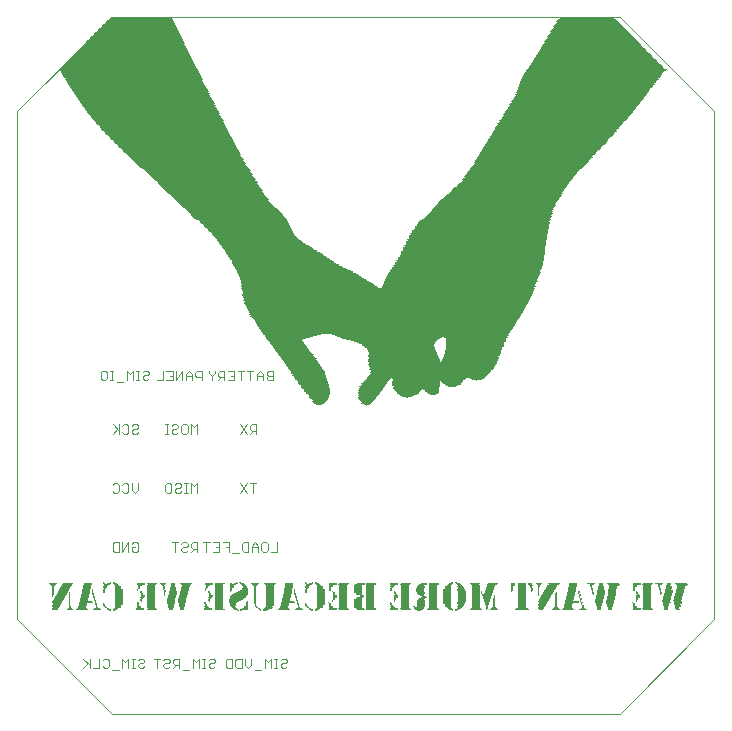
<source format=gbo>
G75*
G70*
%OFA0B0*%
%FSLAX24Y24*%
%IPPOS*%
%LPD*%
%AMOC8*
5,1,8,0,0,1.08239X$1,22.5*
%
%ADD10C,0.0000*%
%ADD11R,0.0065X0.0033*%
%ADD12R,0.0033X0.0033*%
%ADD13R,0.0131X0.0033*%
%ADD14R,0.0196X0.0033*%
%ADD15R,0.0229X0.0033*%
%ADD16R,0.0425X0.0033*%
%ADD17R,0.0261X0.0033*%
%ADD18R,0.0163X0.0033*%
%ADD19R,0.0327X0.0033*%
%ADD20R,0.0098X0.0033*%
%ADD21R,0.0359X0.0033*%
%ADD22R,0.0457X0.0033*%
%ADD23R,0.0392X0.0033*%
%ADD24R,0.0294X0.0033*%
%ADD25R,0.0490X0.0033*%
%ADD26R,0.0523X0.0033*%
%ADD27R,0.0556X0.0033*%
%ADD28R,0.0588X0.0033*%
%ADD29R,0.0654X0.0033*%
%ADD30R,0.0686X0.0033*%
%ADD31R,0.0621X0.0033*%
%ADD32R,0.0752X0.0033*%
%ADD33R,0.0784X0.0033*%
%ADD34R,0.0719X0.0033*%
%ADD35R,0.0817X0.0033*%
%ADD36R,0.0850X0.0033*%
%ADD37R,0.0882X0.0033*%
%ADD38R,0.0915X0.0033*%
%ADD39R,0.1503X0.0033*%
%ADD40R,0.0948X0.0033*%
%ADD41R,0.1536X0.0033*%
%ADD42R,0.1569X0.0033*%
%ADD43R,0.0980X0.0033*%
%ADD44R,0.1013X0.0033*%
%ADD45R,0.2353X0.0033*%
%ADD46R,0.1046X0.0033*%
%ADD47R,0.2385X0.0033*%
%ADD48R,0.1078X0.0033*%
%ADD49R,0.2451X0.0033*%
%ADD50R,0.3921X0.0033*%
%ADD51R,0.1111X0.0033*%
%ADD52R,0.3954X0.0033*%
%ADD53R,0.3987X0.0033*%
%ADD54R,0.4019X0.0033*%
%ADD55R,0.1144X0.0033*%
%ADD56R,0.4052X0.0033*%
%ADD57R,0.4117X0.0033*%
%ADD58R,0.4150X0.0033*%
%ADD59R,0.4215X0.0033*%
%ADD60R,0.4248X0.0033*%
%ADD61R,0.4281X0.0033*%
%ADD62R,0.1895X0.0033*%
%ADD63R,0.1863X0.0033*%
%ADD64R,0.1176X0.0033*%
%ADD65R,0.2320X0.0033*%
%ADD66R,0.1830X0.0033*%
%ADD67R,0.2255X0.0033*%
%ADD68R,0.2287X0.0033*%
%ADD69R,0.1928X0.0033*%
%ADD70R,0.2418X0.0033*%
%ADD71R,0.2516X0.0033*%
%ADD72R,0.1961X0.0033*%
%ADD73R,0.2581X0.0033*%
%ADD74R,0.2712X0.0033*%
%ADD75R,0.1993X0.0033*%
%ADD76R,0.2843X0.0033*%
%ADD77R,0.3039X0.0033*%
%ADD78R,0.2026X0.0033*%
%ADD79R,0.1307X0.0033*%
%ADD80R,0.3235X0.0033*%
%ADD81R,0.1438X0.0033*%
%ADD82R,0.3398X0.0033*%
%ADD83R,0.2124X0.0033*%
%ADD84R,0.1601X0.0033*%
%ADD85R,0.5686X0.0033*%
%ADD86R,0.1765X0.0033*%
%ADD87R,0.5784X0.0033*%
%ADD88R,0.5882X0.0033*%
%ADD89R,0.8202X0.0033*%
%ADD90R,0.8267X0.0033*%
%ADD91R,0.8300X0.0033*%
%ADD92R,0.8365X0.0033*%
%ADD93R,0.8398X0.0033*%
%ADD94R,0.8463X0.0033*%
%ADD95R,0.8496X0.0033*%
%ADD96R,0.8529X0.0033*%
%ADD97R,0.8594X0.0033*%
%ADD98R,0.8627X0.0033*%
%ADD99R,0.8692X0.0033*%
%ADD100R,0.8757X0.0033*%
%ADD101R,0.8823X0.0033*%
%ADD102R,0.8888X0.0033*%
%ADD103R,0.8954X0.0033*%
%ADD104R,0.8986X0.0033*%
%ADD105R,0.9019X0.0033*%
%ADD106R,0.9052X0.0033*%
%ADD107R,0.9084X0.0033*%
%ADD108R,0.9150X0.0033*%
%ADD109R,0.9215X0.0033*%
%ADD110R,0.9280X0.0033*%
%ADD111R,0.9346X0.0033*%
%ADD112R,0.9378X0.0033*%
%ADD113R,0.9444X0.0033*%
%ADD114R,0.9476X0.0033*%
%ADD115R,0.9509X0.0033*%
%ADD116R,0.9542X0.0033*%
%ADD117R,0.9574X0.0033*%
%ADD118R,0.9640X0.0033*%
%ADD119R,0.9672X0.0033*%
%ADD120R,0.9705X0.0033*%
%ADD121R,0.9770X0.0033*%
%ADD122R,0.4542X0.0033*%
%ADD123R,0.5098X0.0033*%
%ADD124R,0.4509X0.0033*%
%ADD125R,0.5130X0.0033*%
%ADD126R,0.4444X0.0033*%
%ADD127R,0.4379X0.0033*%
%ADD128R,0.4313X0.0033*%
%ADD129R,0.4085X0.0033*%
%ADD130R,0.5065X0.0033*%
%ADD131R,0.3889X0.0033*%
%ADD132R,0.3856X0.0033*%
%ADD133R,0.5032X0.0033*%
%ADD134R,0.3791X0.0033*%
%ADD135R,0.3758X0.0033*%
%ADD136R,0.5000X0.0033*%
%ADD137R,0.3693X0.0033*%
%ADD138R,0.3660X0.0033*%
%ADD139R,0.3627X0.0033*%
%ADD140R,0.4967X0.0033*%
%ADD141R,0.3594X0.0033*%
%ADD142R,0.4934X0.0033*%
%ADD143R,0.3562X0.0033*%
%ADD144R,0.3529X0.0033*%
%ADD145R,0.3496X0.0033*%
%ADD146R,0.3431X0.0033*%
%ADD147R,0.4902X0.0033*%
%ADD148R,0.4869X0.0033*%
%ADD149R,0.3366X0.0033*%
%ADD150R,0.3333X0.0033*%
%ADD151R,0.3300X0.0033*%
%ADD152R,0.4836X0.0033*%
%ADD153R,0.3268X0.0033*%
%ADD154R,0.4804X0.0033*%
%ADD155R,0.3202X0.0033*%
%ADD156R,0.3170X0.0033*%
%ADD157R,0.3104X0.0033*%
%ADD158R,0.4771X0.0033*%
%ADD159R,0.3072X0.0033*%
%ADD160R,0.4738X0.0033*%
%ADD161R,0.3006X0.0033*%
%ADD162R,0.4706X0.0033*%
%ADD163R,0.2974X0.0033*%
%ADD164R,0.2908X0.0033*%
%ADD165R,0.4673X0.0033*%
%ADD166R,0.2876X0.0033*%
%ADD167R,0.2810X0.0033*%
%ADD168R,0.4640X0.0033*%
%ADD169R,0.2778X0.0033*%
%ADD170R,0.4607X0.0033*%
%ADD171R,0.2745X0.0033*%
%ADD172R,0.4575X0.0033*%
%ADD173R,0.4477X0.0033*%
%ADD174R,0.4411X0.0033*%
%ADD175R,0.2941X0.0033*%
%ADD176R,0.4346X0.0033*%
%ADD177R,0.4183X0.0033*%
%ADD178R,0.3137X0.0033*%
%ADD179R,0.3823X0.0033*%
%ADD180R,0.3725X0.0033*%
%ADD181R,0.3464X0.0033*%
%ADD182R,0.2680X0.0033*%
%ADD183R,0.2614X0.0033*%
%ADD184R,0.2647X0.0033*%
%ADD185R,0.2549X0.0033*%
%ADD186R,0.2483X0.0033*%
%ADD187R,0.2189X0.0033*%
%ADD188R,0.2157X0.0033*%
%ADD189R,0.2091X0.0033*%
%ADD190R,0.2059X0.0033*%
%ADD191R,0.1797X0.0033*%
%ADD192C,0.0040*%
D10*
X003294Y001045D02*
X000144Y004194D01*
X000144Y021124D01*
X003294Y024273D01*
X020223Y024273D01*
X023373Y021124D01*
X023373Y004194D01*
X020223Y001045D01*
X003294Y001045D01*
D11*
X003232Y004470D03*
X003363Y004470D03*
X003102Y004568D03*
X003069Y004601D03*
X003036Y004633D03*
X003036Y004666D03*
X002807Y004568D03*
X002775Y004666D03*
X002775Y004699D03*
X002742Y004797D03*
X002709Y004895D03*
X002709Y004927D03*
X002677Y004993D03*
X002677Y005026D03*
X003036Y005058D03*
X003036Y005091D03*
X003036Y005124D03*
X003036Y005156D03*
X003036Y005352D03*
X003363Y005385D03*
X004180Y005189D03*
X004278Y005091D03*
X004278Y005058D03*
X004278Y004829D03*
X004278Y004797D03*
X004147Y004731D03*
X004147Y004699D03*
X005062Y005091D03*
X005062Y005124D03*
X005029Y005189D03*
X005029Y005222D03*
X005029Y005254D03*
X006435Y005189D03*
X006533Y005091D03*
X006533Y005058D03*
X006533Y004829D03*
X006533Y004797D03*
X006402Y004731D03*
X006402Y004699D03*
X007252Y005124D03*
X007252Y005352D03*
X007578Y005385D03*
X008068Y005254D03*
X008068Y005222D03*
X008068Y005189D03*
X008068Y005156D03*
X008068Y005124D03*
X008068Y005091D03*
X008068Y005058D03*
X008068Y005026D03*
X008068Y004993D03*
X008068Y004960D03*
X008068Y004927D03*
X008068Y004895D03*
X008068Y004862D03*
X008068Y004829D03*
X008068Y004797D03*
X008068Y004764D03*
X008068Y004731D03*
X008068Y004699D03*
X008101Y004601D03*
X008134Y004568D03*
X007807Y004699D03*
X007807Y004731D03*
X007611Y004470D03*
X007480Y004470D03*
X009408Y004993D03*
X009408Y005026D03*
X009441Y004927D03*
X009441Y004895D03*
X009474Y004797D03*
X009506Y004699D03*
X009506Y004666D03*
X009539Y004568D03*
X009768Y004633D03*
X009768Y004666D03*
X009800Y004601D03*
X009833Y004568D03*
X009964Y004470D03*
X010094Y004470D03*
X010552Y004666D03*
X010552Y004699D03*
X010683Y004829D03*
X010683Y004862D03*
X010683Y005026D03*
X010683Y005058D03*
X010552Y005124D03*
X010552Y005156D03*
X010552Y005189D03*
X010094Y005385D03*
X009768Y005352D03*
X009768Y005156D03*
X009768Y005124D03*
X009768Y005091D03*
X009768Y005058D03*
X012611Y005124D03*
X012611Y005156D03*
X012611Y005189D03*
X012741Y005058D03*
X012741Y005026D03*
X012741Y004862D03*
X012741Y004829D03*
X012611Y004699D03*
X012611Y004666D03*
X013362Y004601D03*
X014637Y005385D03*
X014767Y005385D03*
X014767Y004470D03*
X015780Y004535D03*
X016042Y004601D03*
X016042Y004633D03*
X016042Y004666D03*
X016042Y004699D03*
X016042Y004731D03*
X016042Y004764D03*
X016042Y004797D03*
X016042Y004829D03*
X016042Y004862D03*
X016630Y005124D03*
X016630Y005156D03*
X016630Y005189D03*
X017283Y005189D03*
X017283Y005156D03*
X017283Y005124D03*
X018100Y005026D03*
X018100Y004993D03*
X018100Y004960D03*
X018100Y004927D03*
X018100Y004895D03*
X018100Y004862D03*
X018100Y004829D03*
X018100Y004797D03*
X018100Y004764D03*
X018100Y004731D03*
X018100Y004699D03*
X018100Y004666D03*
X018100Y004633D03*
X018100Y004601D03*
X018885Y004960D03*
X018885Y004993D03*
X018852Y005058D03*
X018852Y005091D03*
X018917Y004862D03*
X018917Y004829D03*
X018950Y004731D03*
X018983Y004633D03*
X018983Y004601D03*
X019342Y005026D03*
X019342Y005058D03*
X019309Y005156D03*
X019309Y005189D03*
X019277Y005254D03*
X019277Y005287D03*
X020682Y005189D03*
X020682Y005156D03*
X020682Y005124D03*
X020813Y005058D03*
X020813Y005026D03*
X020813Y004862D03*
X020813Y004829D03*
X020682Y004699D03*
X020682Y004666D03*
X021597Y005026D03*
X021597Y005058D03*
X021564Y005156D03*
X021564Y005189D03*
X021531Y005254D03*
X021531Y005287D03*
X001337Y005254D03*
X001337Y005222D03*
X001337Y005189D03*
X001337Y005156D03*
X001337Y005124D03*
X001337Y005091D03*
X001337Y005058D03*
X001337Y005026D03*
X001337Y004993D03*
D12*
X001321Y004960D03*
X001321Y004927D03*
X001909Y004927D03*
X001909Y004895D03*
X001909Y004862D03*
X001909Y004829D03*
X001909Y004797D03*
X001909Y004764D03*
X001909Y004731D03*
X001909Y004699D03*
X001909Y004666D03*
X001909Y004633D03*
X001909Y004960D03*
X001909Y004993D03*
X001909Y005026D03*
X001909Y005058D03*
X002660Y005058D03*
X002660Y005091D03*
X002660Y005124D03*
X002660Y005156D03*
X002693Y004960D03*
X002726Y004862D03*
X002726Y004829D03*
X002758Y004764D03*
X002758Y004731D03*
X002791Y004633D03*
X002791Y004601D03*
X003020Y004699D03*
X003020Y005385D03*
X003249Y005385D03*
X004164Y005156D03*
X004164Y005124D03*
X004294Y004764D03*
X005078Y004960D03*
X005078Y004993D03*
X005078Y005026D03*
X005078Y005058D03*
X005046Y005156D03*
X006418Y005156D03*
X006418Y005124D03*
X006549Y004764D03*
X007268Y005091D03*
X007464Y005385D03*
X007823Y004764D03*
X008085Y004666D03*
X008085Y004633D03*
X008248Y004470D03*
X009425Y004960D03*
X009457Y004862D03*
X009457Y004829D03*
X009490Y004764D03*
X009490Y004731D03*
X009523Y004633D03*
X009523Y004601D03*
X009751Y004699D03*
X009392Y005058D03*
X009392Y005091D03*
X009392Y005124D03*
X009392Y005156D03*
X009751Y005385D03*
X009980Y005385D03*
X010536Y004731D03*
X010666Y004764D03*
X010666Y004797D03*
X010666Y005091D03*
X012594Y004731D03*
X012725Y004764D03*
X012725Y004797D03*
X012725Y005091D03*
X014653Y004470D03*
X015633Y005026D03*
X015633Y005058D03*
X015633Y005091D03*
X016058Y004960D03*
X016058Y004927D03*
X016058Y004895D03*
X015797Y004503D03*
X016614Y005091D03*
X017300Y005091D03*
X017528Y005091D03*
X017528Y005124D03*
X017528Y005156D03*
X017528Y005189D03*
X017528Y005222D03*
X017528Y005058D03*
X017528Y005026D03*
X017528Y004993D03*
X017528Y004960D03*
X018117Y005058D03*
X018868Y005026D03*
X018901Y004927D03*
X018901Y004895D03*
X018934Y004797D03*
X018934Y004764D03*
X018966Y004699D03*
X018966Y004666D03*
X019358Y004993D03*
X019326Y005091D03*
X019326Y005124D03*
X019293Y005222D03*
X020665Y004731D03*
X020796Y004764D03*
X020796Y004797D03*
X020796Y005091D03*
X021548Y005222D03*
X021580Y005124D03*
X021580Y005091D03*
X021613Y004993D03*
X015451Y012122D03*
X011791Y011305D03*
D13*
X012643Y005254D03*
X012774Y004960D03*
X012774Y004927D03*
X012774Y004895D03*
X012643Y004601D03*
X013526Y004470D03*
X014604Y004503D03*
X014800Y004503D03*
X014604Y005352D03*
X016042Y004568D03*
X016663Y005287D03*
X017251Y005287D03*
X018100Y004568D03*
X019603Y005320D03*
X019603Y005352D03*
X019898Y004503D03*
X020715Y004601D03*
X020845Y004895D03*
X020845Y004927D03*
X020845Y004960D03*
X020715Y005254D03*
X021858Y005320D03*
X021858Y005352D03*
X022152Y004503D03*
X011630Y004927D03*
X010715Y004927D03*
X010715Y004895D03*
X010715Y004960D03*
X010585Y005254D03*
X010127Y005352D03*
X009931Y005352D03*
X009800Y005254D03*
X009800Y005222D03*
X009931Y004503D03*
X010585Y004601D03*
X008395Y004470D03*
X007774Y004601D03*
X007350Y004568D03*
X007284Y005222D03*
X007284Y005254D03*
X007415Y005352D03*
X008068Y005287D03*
X006565Y004895D03*
X006435Y004601D03*
X005618Y004503D03*
X005258Y004503D03*
X005258Y004535D03*
X004311Y004895D03*
X004180Y004601D03*
X003396Y005352D03*
X003200Y005352D03*
X003069Y005254D03*
X003069Y005222D03*
X003200Y004503D03*
X001337Y005287D03*
D14*
X001337Y005320D03*
X001402Y004535D03*
X001402Y004503D03*
X002807Y004535D03*
X003494Y004568D03*
X003494Y004601D03*
X003494Y005254D03*
X005324Y005222D03*
X005258Y004633D03*
X005258Y004601D03*
X005258Y004568D03*
X005618Y004601D03*
X005618Y004633D03*
X007317Y004633D03*
X007317Y004666D03*
X007317Y004699D03*
X007742Y004535D03*
X007742Y005189D03*
X008068Y005320D03*
X009539Y004535D03*
X010225Y004568D03*
X010225Y004601D03*
X010225Y005254D03*
X011532Y004993D03*
X013689Y004895D03*
X013689Y005352D03*
X014506Y005254D03*
X014898Y005254D03*
X014898Y004601D03*
X014506Y004601D03*
X016042Y004535D03*
X017610Y004535D03*
X017610Y004568D03*
X018100Y004535D03*
X019603Y005189D03*
X019603Y005222D03*
X019603Y005254D03*
X019898Y004633D03*
X019898Y004601D03*
X021858Y005189D03*
X021858Y005222D03*
X021858Y005254D03*
X022152Y004633D03*
X022152Y004601D03*
D15*
X022136Y004666D03*
X021777Y004666D03*
X021777Y004633D03*
X021777Y004699D03*
X021842Y005156D03*
X019881Y004666D03*
X019522Y004666D03*
X019522Y004633D03*
X019522Y004699D03*
X019587Y005156D03*
X017627Y004601D03*
X017528Y005352D03*
X015797Y004829D03*
X015797Y004797D03*
X015797Y004764D03*
X014914Y004666D03*
X014914Y004633D03*
X014490Y004633D03*
X014490Y004666D03*
X014490Y005189D03*
X014490Y005222D03*
X014914Y005222D03*
X014914Y005189D03*
X013607Y005287D03*
X013607Y004993D03*
X013640Y004862D03*
X013607Y004829D03*
X011549Y004895D03*
X011516Y004862D03*
X011516Y005026D03*
X010241Y005189D03*
X010241Y005222D03*
X009849Y005320D03*
X010241Y004633D03*
X008542Y004601D03*
X008444Y004503D03*
X007725Y005156D03*
X007333Y005320D03*
X005634Y004699D03*
X005634Y004666D03*
X005275Y004666D03*
X005340Y005124D03*
X005340Y005156D03*
X005340Y005189D03*
X005013Y005352D03*
X003510Y005222D03*
X003510Y005189D03*
X003118Y005320D03*
X003510Y004633D03*
X001909Y004503D03*
X001419Y004568D03*
X010190Y011338D03*
X011791Y011338D03*
X013980Y011665D03*
D16*
X013980Y011730D03*
X014634Y011959D03*
X011791Y011436D03*
X005765Y005352D03*
X009032Y004503D03*
X009163Y004764D03*
X013999Y004503D03*
X015437Y004503D03*
X020012Y005352D03*
X022267Y005352D03*
X002432Y004764D03*
X002301Y004503D03*
D17*
X002317Y004633D03*
X002383Y004895D03*
X002415Y005026D03*
X002415Y005058D03*
X002448Y005189D03*
X002481Y005320D03*
X002481Y005352D03*
X002807Y004503D03*
X003526Y004666D03*
X003526Y004699D03*
X003526Y004731D03*
X003526Y005091D03*
X003526Y005124D03*
X003526Y005156D03*
X004245Y004535D03*
X004245Y004503D03*
X004605Y004568D03*
X004605Y004601D03*
X004605Y004633D03*
X004605Y004666D03*
X004605Y004699D03*
X004605Y004731D03*
X004605Y004764D03*
X004605Y004797D03*
X004605Y004829D03*
X004605Y004862D03*
X004605Y004895D03*
X004605Y004927D03*
X004605Y004960D03*
X004605Y004993D03*
X004605Y005026D03*
X004605Y005058D03*
X004605Y005091D03*
X004605Y005124D03*
X004605Y005156D03*
X004605Y005189D03*
X004605Y005222D03*
X004605Y005254D03*
X004605Y005287D03*
X004278Y005320D03*
X004278Y005352D03*
X005324Y005091D03*
X005324Y005026D03*
X005324Y004993D03*
X005291Y004895D03*
X005258Y004764D03*
X005258Y004731D03*
X005258Y004699D03*
X005618Y004731D03*
X006500Y004535D03*
X006500Y004503D03*
X006859Y004568D03*
X006859Y004601D03*
X006859Y004633D03*
X006859Y004666D03*
X006859Y004699D03*
X006859Y004731D03*
X006859Y004764D03*
X006859Y004797D03*
X006859Y004829D03*
X006859Y004862D03*
X006859Y004895D03*
X006859Y004927D03*
X006859Y004960D03*
X006859Y004993D03*
X006859Y005026D03*
X006859Y005058D03*
X006859Y005091D03*
X006859Y005124D03*
X006859Y005156D03*
X006859Y005189D03*
X006859Y005222D03*
X006859Y005254D03*
X006859Y005287D03*
X006533Y005320D03*
X006533Y005352D03*
X007317Y004731D03*
X007709Y004503D03*
X007709Y005124D03*
X008068Y005352D03*
X008559Y005287D03*
X008559Y005254D03*
X008559Y005222D03*
X008559Y005189D03*
X008559Y005156D03*
X008559Y005124D03*
X008559Y005091D03*
X008559Y005058D03*
X008559Y005026D03*
X008559Y004993D03*
X008559Y004960D03*
X008559Y004927D03*
X008559Y004895D03*
X008559Y004862D03*
X008559Y004829D03*
X008559Y004797D03*
X008559Y004764D03*
X008559Y004731D03*
X008559Y004699D03*
X008559Y004666D03*
X008559Y004633D03*
X008526Y004568D03*
X008493Y004535D03*
X009049Y004633D03*
X009114Y004895D03*
X009147Y005026D03*
X009147Y005058D03*
X009179Y005189D03*
X009212Y005320D03*
X009212Y005352D03*
X009539Y004503D03*
X010258Y004666D03*
X010258Y004699D03*
X010258Y004731D03*
X010258Y005091D03*
X010258Y005124D03*
X010258Y005156D03*
X010650Y005320D03*
X010650Y005352D03*
X010650Y004535D03*
X010650Y004503D03*
X011500Y004568D03*
X011500Y004601D03*
X011598Y004503D03*
X011500Y004829D03*
X011500Y005058D03*
X011500Y005254D03*
X011500Y005287D03*
X011598Y005352D03*
X012709Y005352D03*
X012709Y005320D03*
X012709Y004535D03*
X012709Y004503D03*
X013526Y004503D03*
X013591Y004601D03*
X013591Y004633D03*
X013591Y004666D03*
X013591Y004699D03*
X013591Y004731D03*
X013591Y004764D03*
X013591Y004797D03*
X013591Y005026D03*
X013591Y005058D03*
X013591Y005222D03*
X013591Y005254D03*
X013656Y005320D03*
X014473Y005156D03*
X014473Y005124D03*
X014473Y004731D03*
X014473Y004699D03*
X014931Y004699D03*
X014931Y004731D03*
X014931Y005124D03*
X014931Y005156D03*
X015421Y005156D03*
X015421Y005124D03*
X015421Y005091D03*
X015421Y005058D03*
X015421Y005026D03*
X015421Y004993D03*
X015421Y004960D03*
X015421Y004927D03*
X015421Y004895D03*
X015421Y004862D03*
X015421Y004829D03*
X015421Y004797D03*
X015421Y004764D03*
X015421Y004731D03*
X015421Y004699D03*
X015421Y004666D03*
X015421Y004633D03*
X015421Y004601D03*
X015421Y004568D03*
X016042Y004503D03*
X015421Y005189D03*
X015421Y005222D03*
X015421Y005254D03*
X015421Y005287D03*
X016957Y005287D03*
X016957Y005320D03*
X016957Y005352D03*
X016957Y005254D03*
X016957Y005222D03*
X016957Y005189D03*
X016957Y005156D03*
X016957Y005124D03*
X016957Y005091D03*
X016957Y005058D03*
X016957Y005026D03*
X016957Y004993D03*
X016957Y004960D03*
X016957Y004927D03*
X016957Y004895D03*
X016957Y004862D03*
X016957Y004829D03*
X016957Y004797D03*
X016957Y004764D03*
X016957Y004731D03*
X016957Y004699D03*
X016957Y004666D03*
X016957Y004633D03*
X016957Y004601D03*
X016957Y004568D03*
X017643Y004633D03*
X017643Y004666D03*
X018100Y004503D03*
X018525Y004699D03*
X018558Y004829D03*
X018590Y004960D03*
X018623Y005091D03*
X018623Y005124D03*
X018656Y005254D03*
X019277Y005352D03*
X019603Y005124D03*
X019603Y005091D03*
X019603Y005058D03*
X019571Y004960D03*
X019538Y004829D03*
X019538Y004731D03*
X019898Y004731D03*
X019898Y004699D03*
X019898Y004764D03*
X020780Y004535D03*
X020780Y004503D03*
X020780Y005320D03*
X020780Y005352D03*
X021531Y005352D03*
X021858Y005124D03*
X021858Y005091D03*
X021858Y005058D03*
X021826Y004960D03*
X021793Y004829D03*
X021793Y004731D03*
X022152Y004731D03*
X022152Y004699D03*
X022152Y004764D03*
X018983Y004503D03*
X001435Y004601D03*
X001435Y004633D03*
X001337Y005352D03*
D18*
X001909Y004535D03*
X003085Y005287D03*
X003445Y005320D03*
X003477Y005287D03*
X004229Y005287D03*
X004327Y004960D03*
X004327Y004927D03*
X004196Y004568D03*
X003445Y004535D03*
X003412Y004503D03*
X005013Y005320D03*
X005340Y005320D03*
X005340Y005352D03*
X005340Y005287D03*
X005340Y005254D03*
X005634Y004568D03*
X005634Y004535D03*
X006451Y004568D03*
X006582Y004927D03*
X006582Y004960D03*
X006484Y005287D03*
X007301Y005287D03*
X007627Y005352D03*
X007660Y005320D03*
X007693Y005287D03*
X007725Y005254D03*
X007725Y005222D03*
X007758Y004568D03*
X007431Y004503D03*
X007399Y004535D03*
X007333Y004601D03*
X009817Y005287D03*
X010176Y005320D03*
X010209Y005287D03*
X010601Y005287D03*
X010601Y004568D03*
X010176Y004535D03*
X010143Y004503D03*
X011614Y004960D03*
X012660Y005287D03*
X012660Y004568D03*
X013640Y004960D03*
X013705Y004927D03*
X014522Y004568D03*
X014555Y004535D03*
X014849Y004535D03*
X014882Y004568D03*
X014882Y005287D03*
X014849Y005320D03*
X014816Y005352D03*
X014555Y005320D03*
X014522Y005287D03*
X015797Y004731D03*
X015797Y004699D03*
X015797Y004666D03*
X016679Y005320D03*
X016679Y005352D03*
X017234Y005352D03*
X017234Y005320D03*
X017528Y005320D03*
X017594Y004503D03*
X018999Y004535D03*
X019522Y004535D03*
X019522Y004503D03*
X019522Y004568D03*
X019522Y004601D03*
X019881Y004568D03*
X019881Y004535D03*
X019587Y005287D03*
X019293Y005320D03*
X020731Y005287D03*
X020731Y004568D03*
X021548Y005320D03*
X021842Y005287D03*
X021777Y004601D03*
X021777Y004568D03*
X021777Y004535D03*
X021777Y004503D03*
X022136Y004535D03*
X022136Y004568D03*
D19*
X022283Y005287D03*
X021139Y005320D03*
X021139Y004535D03*
X020028Y005287D03*
X018492Y004535D03*
X017839Y005026D03*
X017839Y005058D03*
X017872Y005091D03*
X017872Y005124D03*
X017904Y005156D03*
X017937Y005222D03*
X017970Y005254D03*
X017970Y005287D03*
X017806Y004993D03*
X017774Y004960D03*
X017774Y004927D03*
X017741Y004895D03*
X017741Y004862D03*
X017708Y004829D03*
X017676Y004764D03*
X015813Y004960D03*
X015388Y005352D03*
X014016Y005320D03*
X013526Y004568D03*
X013526Y004535D03*
X013068Y004535D03*
X013068Y005320D03*
X011924Y005320D03*
X011565Y005320D03*
X011009Y005320D03*
X011009Y004535D03*
X011924Y004535D03*
X008559Y005320D03*
X007676Y005091D03*
X007350Y004764D03*
X006892Y004503D03*
X006892Y005352D03*
X004637Y005352D03*
X004637Y004503D03*
X001794Y005287D03*
X001762Y005254D03*
X001729Y005189D03*
X001696Y005156D03*
X001696Y005124D03*
X001664Y005091D03*
X001664Y005058D03*
X001631Y005026D03*
X001598Y004960D03*
X001566Y004927D03*
X001566Y004895D03*
X001533Y004862D03*
X001533Y004829D03*
X001500Y004797D03*
X001468Y004764D03*
X001468Y004731D03*
X010206Y011371D03*
X011774Y011371D03*
X015467Y012155D03*
D20*
X013130Y011567D03*
X012627Y005222D03*
X012758Y004993D03*
X012627Y004633D03*
X010699Y004993D03*
X010568Y005222D03*
X010568Y004633D03*
X009882Y004535D03*
X009784Y005189D03*
X008215Y004503D03*
X008183Y004535D03*
X007791Y004633D03*
X007791Y004666D03*
X007268Y005156D03*
X007268Y005189D03*
X006549Y005026D03*
X006549Y004993D03*
X006549Y004862D03*
X006418Y004666D03*
X006418Y004633D03*
X006451Y005222D03*
X006451Y005254D03*
X005013Y005287D03*
X004294Y005026D03*
X004294Y004993D03*
X004294Y004862D03*
X004164Y004666D03*
X004164Y004633D03*
X004196Y005222D03*
X004196Y005254D03*
X003151Y004535D03*
X003052Y005189D03*
X001909Y004601D03*
X001909Y004568D03*
X015797Y004568D03*
X015797Y004601D03*
X015797Y004633D03*
X016646Y005222D03*
X016646Y005254D03*
X017267Y005254D03*
X017267Y005222D03*
X017528Y005254D03*
X017528Y005287D03*
X018999Y004568D03*
X020698Y004633D03*
X020829Y004993D03*
X020698Y005222D03*
D21*
X021156Y005352D03*
X021156Y004503D03*
X018019Y005320D03*
X017921Y005189D03*
X017692Y004797D03*
X015993Y005352D03*
X015960Y005320D03*
X015797Y004993D03*
X015437Y004535D03*
X013999Y004535D03*
X014032Y005352D03*
X013084Y005352D03*
X013084Y004503D03*
X011941Y004503D03*
X011941Y005352D03*
X011026Y005352D03*
X011026Y004503D03*
X009032Y004535D03*
X005765Y005320D03*
X002301Y004535D03*
X001615Y004993D03*
X001745Y005222D03*
X001811Y005320D03*
X001843Y005352D03*
X011791Y011403D03*
X013130Y011600D03*
X013980Y011698D03*
D22*
X013964Y011763D03*
X010206Y011436D03*
X009147Y004731D03*
X002415Y004731D03*
X016957Y004503D03*
X018623Y004731D03*
X018623Y004764D03*
D23*
X018492Y004503D03*
X018035Y005352D03*
X016957Y004535D03*
X020028Y005320D03*
X022283Y005320D03*
X010206Y011403D03*
X008559Y005352D03*
X007644Y005058D03*
X007382Y004797D03*
D24*
X006876Y004535D03*
X006876Y005320D03*
X005765Y005287D03*
X005765Y005254D03*
X005732Y005222D03*
X005732Y005189D03*
X005732Y005156D03*
X005732Y005124D03*
X005699Y005091D03*
X005699Y005058D03*
X005699Y005026D03*
X005699Y004993D03*
X005667Y004960D03*
X005667Y004927D03*
X005667Y004895D03*
X005634Y004862D03*
X005634Y004829D03*
X005634Y004797D03*
X005634Y004764D03*
X005275Y004797D03*
X005275Y004829D03*
X005275Y004862D03*
X005307Y004927D03*
X005307Y004960D03*
X005340Y005058D03*
X004621Y005320D03*
X004621Y004535D03*
X003543Y004764D03*
X003543Y004797D03*
X003543Y004829D03*
X003543Y004862D03*
X003543Y004895D03*
X003543Y004927D03*
X003543Y004960D03*
X003543Y004993D03*
X003543Y005026D03*
X003543Y005058D03*
X002464Y005222D03*
X002464Y005254D03*
X002464Y005287D03*
X002432Y005156D03*
X002432Y005124D03*
X002432Y005091D03*
X002399Y004993D03*
X002399Y004960D03*
X002399Y004927D03*
X002366Y004862D03*
X002366Y004829D03*
X002366Y004797D03*
X002334Y004699D03*
X002334Y004666D03*
X002301Y004601D03*
X002301Y004568D03*
X001451Y004666D03*
X001451Y004699D03*
X009032Y004601D03*
X009032Y004568D03*
X009065Y004666D03*
X009065Y004699D03*
X009098Y004797D03*
X009098Y004829D03*
X009098Y004862D03*
X009130Y004927D03*
X009130Y004960D03*
X009130Y004993D03*
X009163Y005091D03*
X009163Y005124D03*
X009163Y005156D03*
X009196Y005222D03*
X009196Y005254D03*
X009196Y005287D03*
X010274Y005058D03*
X010274Y005026D03*
X010274Y004993D03*
X010274Y004960D03*
X010274Y004927D03*
X010274Y004895D03*
X010274Y004862D03*
X010274Y004829D03*
X010274Y004797D03*
X010274Y004764D03*
X010993Y004764D03*
X010993Y004731D03*
X010993Y004699D03*
X010993Y004666D03*
X010993Y004633D03*
X010993Y004601D03*
X010993Y004568D03*
X010993Y004797D03*
X010993Y004829D03*
X010993Y004862D03*
X010993Y004895D03*
X010993Y004927D03*
X010993Y004960D03*
X010993Y004993D03*
X010993Y005026D03*
X010993Y005058D03*
X010993Y005091D03*
X010993Y005124D03*
X010993Y005156D03*
X010993Y005189D03*
X010993Y005222D03*
X010993Y005254D03*
X010993Y005287D03*
X011483Y005222D03*
X011483Y005189D03*
X011483Y005156D03*
X011483Y005124D03*
X011483Y005091D03*
X011483Y004797D03*
X011483Y004764D03*
X011483Y004731D03*
X011483Y004699D03*
X011483Y004666D03*
X011483Y004633D03*
X011549Y004535D03*
X011908Y004568D03*
X011908Y004601D03*
X011908Y004633D03*
X011908Y004666D03*
X011908Y004699D03*
X011908Y004731D03*
X011908Y004764D03*
X011908Y004797D03*
X011908Y004829D03*
X011908Y004862D03*
X011908Y004895D03*
X011908Y004927D03*
X011908Y004960D03*
X011908Y004993D03*
X011908Y005026D03*
X011908Y005058D03*
X011908Y005091D03*
X011908Y005124D03*
X011908Y005156D03*
X011908Y005189D03*
X011908Y005222D03*
X011908Y005254D03*
X011908Y005287D03*
X013052Y005287D03*
X013052Y005254D03*
X013052Y005222D03*
X013052Y005189D03*
X013052Y005156D03*
X013052Y005124D03*
X013052Y005091D03*
X013052Y005058D03*
X013052Y005026D03*
X013052Y004993D03*
X013052Y004960D03*
X013052Y004927D03*
X013052Y004895D03*
X013052Y004862D03*
X013052Y004829D03*
X013052Y004797D03*
X013052Y004764D03*
X013052Y004731D03*
X013052Y004699D03*
X013052Y004666D03*
X013052Y004633D03*
X013052Y004601D03*
X013052Y004568D03*
X013575Y005091D03*
X013575Y005124D03*
X013575Y005156D03*
X013575Y005189D03*
X013999Y005189D03*
X013999Y005222D03*
X013999Y005254D03*
X013999Y005287D03*
X013999Y005156D03*
X013999Y005124D03*
X013999Y005091D03*
X013999Y005058D03*
X013999Y005026D03*
X013999Y004993D03*
X013999Y004960D03*
X013999Y004927D03*
X013999Y004895D03*
X013999Y004862D03*
X013999Y004829D03*
X013999Y004797D03*
X013999Y004764D03*
X013999Y004731D03*
X013999Y004699D03*
X013999Y004666D03*
X013999Y004633D03*
X013999Y004601D03*
X013999Y004568D03*
X014457Y004764D03*
X014457Y004797D03*
X014457Y004829D03*
X014457Y004862D03*
X014457Y004895D03*
X014457Y004927D03*
X014457Y004960D03*
X014457Y004993D03*
X014457Y005026D03*
X014457Y005058D03*
X014457Y005091D03*
X014947Y005091D03*
X014947Y005058D03*
X014947Y005026D03*
X014947Y004993D03*
X014947Y004960D03*
X014947Y004927D03*
X014947Y004895D03*
X014947Y004862D03*
X014947Y004829D03*
X014947Y004797D03*
X014947Y004764D03*
X015404Y005320D03*
X015862Y005124D03*
X015862Y005091D03*
X015862Y005058D03*
X015829Y005026D03*
X015797Y004927D03*
X015797Y004895D03*
X015797Y004862D03*
X015895Y005156D03*
X015895Y005189D03*
X015895Y005222D03*
X015927Y005254D03*
X015927Y005287D03*
X017659Y004731D03*
X017659Y004699D03*
X018509Y004666D03*
X018509Y004633D03*
X018509Y004601D03*
X018509Y004568D03*
X018541Y004797D03*
X018574Y004862D03*
X018574Y004895D03*
X018574Y004927D03*
X018607Y004993D03*
X018607Y005026D03*
X018607Y005058D03*
X018640Y005156D03*
X018640Y005189D03*
X018640Y005222D03*
X018672Y005287D03*
X018672Y005320D03*
X018672Y005352D03*
X019587Y005026D03*
X019587Y004993D03*
X019554Y004927D03*
X019554Y004895D03*
X019554Y004862D03*
X019522Y004797D03*
X019522Y004764D03*
X019881Y004797D03*
X019914Y004829D03*
X019914Y004862D03*
X019914Y004895D03*
X019914Y004927D03*
X019947Y004960D03*
X019947Y004993D03*
X019947Y005026D03*
X019979Y005058D03*
X019979Y005091D03*
X019979Y005124D03*
X019979Y005156D03*
X020012Y005189D03*
X020012Y005222D03*
X020012Y005254D03*
X021123Y005254D03*
X021123Y005222D03*
X021123Y005189D03*
X021123Y005156D03*
X021123Y005124D03*
X021123Y005091D03*
X021123Y005058D03*
X021123Y005026D03*
X021123Y004993D03*
X021123Y004960D03*
X021123Y004927D03*
X021123Y004895D03*
X021123Y004862D03*
X021123Y004829D03*
X021123Y004797D03*
X021123Y004764D03*
X021123Y004731D03*
X021123Y004699D03*
X021123Y004666D03*
X021123Y004633D03*
X021123Y004601D03*
X021123Y004568D03*
X021777Y004764D03*
X021777Y004797D03*
X021809Y004862D03*
X021809Y004895D03*
X021809Y004927D03*
X021842Y004993D03*
X021842Y005026D03*
X022169Y004927D03*
X022169Y004895D03*
X022169Y004862D03*
X022169Y004829D03*
X022136Y004797D03*
X022201Y004960D03*
X022201Y004993D03*
X022201Y005026D03*
X022234Y005058D03*
X022234Y005091D03*
X022234Y005124D03*
X022234Y005156D03*
X022267Y005189D03*
X022267Y005222D03*
X022267Y005254D03*
X021123Y005287D03*
X014634Y011926D03*
D25*
X013947Y011796D03*
X013130Y011632D03*
X011791Y011469D03*
X010222Y011469D03*
X015451Y012188D03*
X007595Y005026D03*
X007464Y004862D03*
X007431Y004829D03*
D26*
X007480Y004895D03*
X007513Y004927D03*
X007546Y004960D03*
X007578Y004993D03*
X011807Y011501D03*
X013931Y011828D03*
X014650Y011992D03*
D27*
X010222Y011501D03*
D28*
X010206Y011534D03*
X011807Y011534D03*
X011807Y011567D03*
X013147Y011665D03*
D29*
X011840Y011632D03*
X010206Y011567D03*
D30*
X010190Y011600D03*
X010190Y011632D03*
X011856Y011665D03*
X014634Y012057D03*
D31*
X014634Y012024D03*
X011823Y011600D03*
D32*
X011889Y011763D03*
X013163Y011730D03*
X014634Y012090D03*
X010190Y011665D03*
D33*
X010173Y011698D03*
X011905Y011796D03*
D34*
X011872Y011730D03*
X011872Y011698D03*
X013147Y011698D03*
D35*
X013163Y011763D03*
X012183Y012188D03*
X012150Y012155D03*
X012117Y012122D03*
X012085Y012090D03*
X012052Y012057D03*
X012019Y011992D03*
X011987Y011959D03*
X011954Y011894D03*
X011921Y011861D03*
X011921Y011828D03*
X010157Y011730D03*
D36*
X010140Y011763D03*
X010140Y011796D03*
X011970Y011926D03*
X012036Y012024D03*
D37*
X013163Y011796D03*
X010124Y011828D03*
D38*
X010108Y011861D03*
X010075Y011894D03*
X013179Y011828D03*
D39*
X013441Y011861D03*
X013441Y011894D03*
D40*
X010059Y011926D03*
X010059Y011959D03*
D41*
X013457Y011926D03*
D42*
X013441Y011959D03*
X013441Y011992D03*
X013441Y012024D03*
X013441Y012057D03*
X013441Y012090D03*
D43*
X010042Y011992D03*
X010010Y012024D03*
D44*
X009993Y012057D03*
X009993Y012090D03*
X009961Y012122D03*
D45*
X013016Y012874D03*
X013016Y012907D03*
X013833Y012122D03*
X019192Y023886D03*
X004226Y024017D03*
D46*
X009912Y012220D03*
X009944Y012155D03*
D47*
X012836Y013299D03*
X013032Y012841D03*
X013032Y012809D03*
X013032Y012776D03*
X013849Y012155D03*
X004210Y023984D03*
D48*
X009863Y012318D03*
X009895Y012253D03*
X009928Y012188D03*
D49*
X013849Y012188D03*
X019208Y023821D03*
X004210Y023951D03*
D50*
X005468Y019932D03*
X005500Y019900D03*
X009454Y015684D03*
X013768Y012220D03*
X013800Y012253D03*
X013833Y012286D03*
X013866Y012318D03*
X016218Y018168D03*
X017591Y019834D03*
X017624Y019867D03*
D51*
X009716Y012580D03*
X009748Y012514D03*
X009781Y012449D03*
X009814Y012416D03*
X009814Y012384D03*
X009846Y012351D03*
X009879Y012286D03*
X009226Y013266D03*
X009127Y013397D03*
D52*
X013882Y012351D03*
X016104Y018004D03*
X016137Y018037D03*
X016137Y018070D03*
X016169Y018102D03*
X016202Y018135D03*
X017640Y019900D03*
X017673Y019932D03*
X017705Y019965D03*
X019372Y022906D03*
X005451Y019965D03*
X005419Y019998D03*
X003948Y022939D03*
D53*
X003932Y022906D03*
X005370Y020063D03*
X005402Y020030D03*
X009487Y015651D03*
X013898Y012384D03*
X016055Y017939D03*
X016088Y017972D03*
X017722Y019998D03*
X017754Y020030D03*
X017787Y020063D03*
D54*
X017803Y020096D03*
X017836Y020128D03*
X017836Y020161D03*
X017869Y020194D03*
X017901Y020226D03*
X016039Y017906D03*
X016006Y017874D03*
X015973Y017808D03*
X019372Y022873D03*
X013915Y012449D03*
X013915Y012416D03*
X009536Y015619D03*
X005353Y020096D03*
X005321Y020128D03*
D55*
X009078Y013462D03*
X009111Y013429D03*
X009144Y013364D03*
X009177Y013331D03*
X009209Y013299D03*
X009242Y013233D03*
X009275Y013201D03*
X009307Y013168D03*
X009307Y013135D03*
X009340Y013103D03*
X009373Y013070D03*
X009405Y013037D03*
X009438Y012972D03*
X009471Y012939D03*
X009503Y012907D03*
X009536Y012841D03*
X009569Y012809D03*
X009601Y012776D03*
X009601Y012743D03*
X009634Y012711D03*
X009667Y012678D03*
X009667Y012645D03*
X009699Y012613D03*
X009732Y012547D03*
X009765Y012482D03*
D56*
X013931Y012482D03*
X015957Y017776D03*
X015990Y017841D03*
X017918Y020259D03*
X017950Y020292D03*
X017983Y020324D03*
X019388Y022840D03*
X005304Y020161D03*
X005272Y020194D03*
X003932Y022873D03*
D57*
X005141Y020357D03*
X005174Y020324D03*
X013931Y012514D03*
X015892Y017677D03*
X015924Y017710D03*
X018048Y020422D03*
X018114Y020520D03*
X018146Y020553D03*
X018179Y020586D03*
X019388Y022808D03*
D58*
X019404Y022775D03*
X018293Y020749D03*
X018261Y020716D03*
X018228Y020651D03*
X018195Y020618D03*
X015875Y017645D03*
X013947Y012580D03*
X013947Y012547D03*
X009634Y015521D03*
X005125Y020390D03*
X005092Y020422D03*
X003915Y022808D03*
D59*
X004961Y020618D03*
X004994Y020586D03*
X004994Y020553D03*
X005027Y020520D03*
X009667Y015488D03*
X009699Y015455D03*
X013947Y012645D03*
X013947Y012613D03*
X015810Y017547D03*
X018359Y020847D03*
X018391Y020880D03*
X018424Y020945D03*
X018457Y020978D03*
X019404Y022742D03*
D60*
X018637Y021239D03*
X018571Y021141D03*
X018539Y021109D03*
X018539Y021076D03*
X018506Y021043D03*
X018473Y021011D03*
X015794Y017514D03*
X013964Y012678D03*
X004945Y020651D03*
X004912Y020684D03*
X003899Y022742D03*
D61*
X003883Y022710D03*
X004830Y020814D03*
X004863Y020749D03*
X004896Y020716D03*
X009732Y015423D03*
X013980Y012743D03*
X013980Y012711D03*
X015777Y017481D03*
X018588Y021174D03*
X018620Y021207D03*
X018653Y021272D03*
X018686Y021305D03*
X018751Y021403D03*
X019404Y022710D03*
D62*
X019127Y024180D03*
X015369Y013233D03*
X015369Y013201D03*
X015336Y013135D03*
X015205Y012776D03*
D63*
X015222Y012809D03*
X015222Y012841D03*
X015254Y012874D03*
X015254Y012907D03*
X015287Y012972D03*
X015287Y013005D03*
X015320Y013037D03*
X015320Y013070D03*
X015320Y013103D03*
X015352Y013168D03*
D64*
X009520Y012874D03*
X009422Y013005D03*
X009062Y013495D03*
D65*
X012869Y013266D03*
X012902Y013233D03*
X013000Y012972D03*
X013000Y012939D03*
X019176Y023919D03*
D66*
X019127Y024213D03*
X015271Y012939D03*
D67*
X013000Y013005D03*
X013000Y013037D03*
X013000Y013070D03*
X012967Y013103D03*
X012967Y013135D03*
X012934Y013168D03*
X019176Y023951D03*
X004242Y024082D03*
D68*
X004226Y024050D03*
X012918Y013201D03*
D69*
X015385Y013266D03*
X015385Y013299D03*
X015385Y013331D03*
X009307Y013658D03*
X019143Y024148D03*
D70*
X019192Y023853D03*
X012820Y013331D03*
D71*
X012804Y013364D03*
X019208Y023788D03*
D72*
X015402Y013397D03*
X015402Y013364D03*
D73*
X012771Y013397D03*
X019208Y023755D03*
X004177Y023853D03*
D74*
X008000Y016991D03*
X008033Y016959D03*
X008065Y016926D03*
X008098Y016893D03*
X012738Y013429D03*
X019241Y023657D03*
D75*
X019143Y024115D03*
X015418Y013462D03*
X015418Y013429D03*
X004275Y024246D03*
D76*
X004144Y023690D03*
X007804Y017253D03*
X007837Y017220D03*
X012706Y013462D03*
X019241Y023592D03*
D77*
X019274Y023461D03*
X012640Y013495D03*
X008588Y016468D03*
X007575Y017547D03*
X007543Y017579D03*
X007510Y017612D03*
X007477Y017645D03*
X007314Y017808D03*
X007281Y017841D03*
X007249Y017874D03*
X004112Y023559D03*
D78*
X015434Y013527D03*
X015434Y013495D03*
D79*
X009095Y013527D03*
D80*
X008784Y016272D03*
X006693Y018462D03*
X006660Y018494D03*
X006628Y018527D03*
X004079Y023429D03*
X012608Y013527D03*
D81*
X009160Y013560D03*
D82*
X012591Y013560D03*
X006383Y018821D03*
X006350Y018854D03*
X004030Y023298D03*
D83*
X015418Y013560D03*
D84*
X009209Y013593D03*
D85*
X013637Y013593D03*
D86*
X009258Y013626D03*
D87*
X013621Y013626D03*
D88*
X013572Y013658D03*
D89*
X012444Y013691D03*
D90*
X012444Y013724D03*
D91*
X012428Y013756D03*
D92*
X012428Y013789D03*
D93*
X012444Y013822D03*
D94*
X012444Y013854D03*
D95*
X012428Y013887D03*
D96*
X012444Y013920D03*
D97*
X012444Y013952D03*
D98*
X012428Y013985D03*
D99*
X012428Y014018D03*
X012428Y014050D03*
D100*
X012428Y014083D03*
X012428Y014116D03*
D101*
X012428Y014148D03*
D102*
X012428Y014181D03*
X012428Y014214D03*
D103*
X012428Y014246D03*
D104*
X012412Y014279D03*
D105*
X012428Y014312D03*
D106*
X012412Y014344D03*
D107*
X012428Y014377D03*
D108*
X012428Y014410D03*
X012428Y014442D03*
D109*
X012428Y014475D03*
X012428Y014508D03*
D110*
X012428Y014540D03*
X012428Y014573D03*
D111*
X012428Y014606D03*
X012428Y014639D03*
D112*
X012444Y014671D03*
D113*
X012444Y014704D03*
X012444Y014737D03*
D114*
X012461Y014769D03*
D115*
X012444Y014802D03*
D116*
X012461Y014835D03*
X012461Y014867D03*
D117*
X012477Y014900D03*
X012477Y014933D03*
D118*
X012477Y014965D03*
X012477Y014998D03*
D119*
X012493Y015031D03*
X012493Y015063D03*
X012493Y015096D03*
D120*
X012510Y015129D03*
X012510Y015161D03*
D121*
X012510Y015194D03*
D122*
X009895Y015227D03*
X015516Y016991D03*
X015549Y017057D03*
X019176Y022089D03*
X019208Y022122D03*
X019241Y022187D03*
X019437Y022546D03*
X004177Y021893D03*
X004144Y021958D03*
X004112Y021991D03*
X004112Y022024D03*
X004079Y022056D03*
X004079Y022089D03*
X004046Y022122D03*
X004014Y022187D03*
X003850Y022546D03*
D123*
X014879Y015325D03*
X014879Y015292D03*
X014911Y015357D03*
X014911Y015390D03*
X014944Y015455D03*
X014944Y015488D03*
X014977Y015521D03*
X014977Y015553D03*
X015009Y015619D03*
X014846Y015227D03*
D124*
X015565Y017089D03*
X015565Y017122D03*
X019127Y021991D03*
X019159Y022056D03*
X009879Y015259D03*
X004291Y021697D03*
X004259Y021762D03*
X004226Y021795D03*
X004226Y021827D03*
X004193Y021860D03*
X004161Y021926D03*
D125*
X014862Y015259D03*
X014928Y015423D03*
D126*
X015630Y017253D03*
X019061Y021893D03*
X019094Y021926D03*
X019421Y022612D03*
X009846Y015292D03*
X004520Y021305D03*
X004487Y021370D03*
X004455Y021403D03*
X004455Y021435D03*
X004422Y021468D03*
X004389Y021533D03*
X003866Y022612D03*
D127*
X003866Y022644D03*
X004585Y021207D03*
X004618Y021141D03*
X004651Y021109D03*
X004651Y021076D03*
X004683Y021043D03*
X009781Y015357D03*
X009814Y015325D03*
X015663Y017318D03*
X015696Y017351D03*
X015696Y017383D03*
X018931Y021664D03*
X018963Y021729D03*
X018996Y021762D03*
X019421Y022644D03*
D128*
X019421Y022677D03*
X018865Y021566D03*
X018800Y021468D03*
X018767Y021435D03*
X018735Y021370D03*
X018702Y021337D03*
X015728Y017449D03*
X009748Y015390D03*
X004847Y020782D03*
X004814Y020847D03*
X004781Y020880D03*
X004749Y020945D03*
D129*
X005190Y020292D03*
X005223Y020259D03*
X005255Y020226D03*
X003915Y022840D03*
X009569Y015586D03*
X009601Y015553D03*
X015941Y017743D03*
X017999Y020357D03*
X018032Y020390D03*
X018065Y020455D03*
X018097Y020488D03*
D130*
X015058Y015717D03*
X015026Y015684D03*
X015026Y015651D03*
X014993Y015586D03*
D131*
X016267Y018200D03*
X017509Y019736D03*
X017542Y019769D03*
X017575Y019801D03*
X019372Y022939D03*
X009405Y015717D03*
X005582Y019801D03*
X005549Y019834D03*
X005517Y019867D03*
X003948Y022971D03*
D132*
X003965Y023004D03*
X005598Y019769D03*
X005631Y019736D03*
X009389Y015750D03*
X016284Y018233D03*
X016316Y018266D03*
X016349Y018298D03*
X017395Y019573D03*
X017460Y019671D03*
X017493Y019703D03*
X019355Y022971D03*
D133*
X015075Y015782D03*
X015075Y015750D03*
D134*
X016415Y018364D03*
X017264Y019409D03*
X017297Y019442D03*
X019355Y023004D03*
X009356Y015782D03*
X005696Y019671D03*
X005664Y019703D03*
X003965Y023037D03*
D135*
X003981Y023069D03*
X005713Y019638D03*
X005745Y019605D03*
X009307Y015815D03*
X016431Y018396D03*
X016464Y018429D03*
X016496Y018462D03*
X017182Y019311D03*
X017215Y019344D03*
X017248Y019377D03*
D136*
X015124Y015880D03*
X015124Y015848D03*
X015091Y015815D03*
D137*
X016627Y018592D03*
X017052Y019148D03*
X017084Y019181D03*
X019339Y023069D03*
X009275Y015848D03*
X005876Y019442D03*
X005843Y019475D03*
X003981Y023102D03*
D138*
X003997Y023135D03*
X005892Y019409D03*
X005925Y019377D03*
X009226Y015880D03*
X016643Y018625D03*
X016676Y018658D03*
X016709Y018690D03*
X016807Y018821D03*
X016839Y018854D03*
X016872Y018919D03*
X016905Y018952D03*
X016937Y018985D03*
X016970Y019017D03*
X016970Y019050D03*
X017003Y019083D03*
X017035Y019115D03*
D139*
X016856Y018887D03*
X016790Y018789D03*
X016758Y018756D03*
X016725Y018723D03*
X019339Y023102D03*
X009209Y015913D03*
X006007Y019279D03*
X005974Y019311D03*
X005941Y019344D03*
D140*
X015140Y015913D03*
X015173Y015978D03*
D141*
X009160Y015946D03*
X006023Y019246D03*
X003997Y023167D03*
D142*
X015189Y016044D03*
X015189Y016011D03*
X015156Y015946D03*
D143*
X009111Y015978D03*
X006072Y019213D03*
X004014Y023200D03*
X019339Y023135D03*
D144*
X019323Y023167D03*
X009095Y016011D03*
X006154Y019115D03*
X006121Y019148D03*
X006089Y019181D03*
D145*
X006170Y019083D03*
X006203Y019050D03*
X009046Y016044D03*
X004014Y023233D03*
D146*
X006268Y018952D03*
X006301Y018919D03*
X006334Y018887D03*
X008980Y016109D03*
X009013Y016076D03*
X019306Y023233D03*
D147*
X015238Y016142D03*
X015205Y016076D03*
D148*
X015222Y016109D03*
X015254Y016174D03*
D149*
X008948Y016142D03*
X006399Y018789D03*
X004046Y023331D03*
X019306Y023265D03*
D150*
X008899Y016174D03*
X006481Y018723D03*
X006448Y018756D03*
X004063Y023363D03*
D151*
X006497Y018690D03*
X006530Y018658D03*
X006562Y018625D03*
X008882Y016207D03*
X019306Y023298D03*
D152*
X015271Y016240D03*
X015271Y016207D03*
D153*
X008833Y016240D03*
X006611Y018560D03*
X006579Y018592D03*
X004063Y023396D03*
X019290Y023331D03*
D154*
X015320Y016370D03*
X015320Y016338D03*
X015287Y016305D03*
X015287Y016272D03*
D155*
X008768Y016305D03*
X006742Y018396D03*
X006709Y018429D03*
X019290Y023363D03*
D156*
X008719Y016338D03*
X008686Y016370D03*
X006758Y018364D03*
X004079Y023461D03*
D157*
X006889Y018233D03*
X006922Y018200D03*
X006954Y018168D03*
X008654Y016403D03*
X019274Y023429D03*
D158*
X015336Y016436D03*
X015336Y016403D03*
D159*
X008605Y016436D03*
X007461Y017677D03*
X007428Y017710D03*
X007396Y017743D03*
X007363Y017776D03*
X007200Y017906D03*
X007167Y017939D03*
X007134Y017972D03*
X007102Y018004D03*
X007069Y018037D03*
X007036Y018070D03*
X007003Y018102D03*
X006971Y018135D03*
X004095Y023527D03*
D160*
X015352Y016501D03*
X015352Y016468D03*
D161*
X008539Y016501D03*
X008507Y016534D03*
X007624Y017481D03*
X007592Y017514D03*
X019257Y023494D03*
D162*
X015402Y016632D03*
X015369Y016566D03*
X015369Y016534D03*
D163*
X008458Y016566D03*
X004112Y023592D03*
D164*
X007706Y017383D03*
X007739Y017351D03*
X008392Y016632D03*
X008425Y016599D03*
D165*
X015385Y016599D03*
X015418Y016664D03*
X015418Y016697D03*
D166*
X019257Y023559D03*
X008343Y016664D03*
X008311Y016697D03*
X007788Y017285D03*
X007755Y017318D03*
X004128Y023657D03*
D167*
X007853Y017187D03*
X007886Y017155D03*
X008278Y016730D03*
D168*
X015434Y016730D03*
X015434Y016763D03*
X015467Y016828D03*
X019421Y022448D03*
X019453Y022481D03*
D169*
X019241Y023625D03*
X008229Y016763D03*
X008196Y016795D03*
X007935Y017089D03*
X007902Y017122D03*
X004144Y023723D03*
D170*
X003850Y022481D03*
X003883Y022416D03*
X015483Y016893D03*
X015483Y016861D03*
X015451Y016795D03*
X019306Y022285D03*
X019339Y022318D03*
X019339Y022350D03*
X019372Y022383D03*
X019404Y022416D03*
D171*
X008147Y016828D03*
X008115Y016861D03*
X007984Y017024D03*
X007951Y017057D03*
X004161Y023755D03*
D172*
X003834Y022514D03*
X003866Y022448D03*
X003899Y022383D03*
X003932Y022350D03*
X003932Y022318D03*
X003965Y022285D03*
X003965Y022252D03*
X003997Y022220D03*
X004030Y022154D03*
X015500Y016959D03*
X015500Y016926D03*
X015532Y017024D03*
X019225Y022154D03*
X019257Y022220D03*
X019290Y022252D03*
X019453Y022514D03*
D173*
X019437Y022579D03*
X019143Y022024D03*
X019110Y021958D03*
X015614Y017220D03*
X015614Y017187D03*
X015581Y017155D03*
X004406Y021501D03*
X004373Y021566D03*
X004340Y021599D03*
X004340Y021631D03*
X004308Y021664D03*
X004275Y021729D03*
X003850Y022579D03*
D174*
X004504Y021337D03*
X004536Y021272D03*
X004569Y021239D03*
X004602Y021174D03*
X015647Y017285D03*
X019012Y021795D03*
X019045Y021827D03*
X019045Y021860D03*
D175*
X019257Y023527D03*
X007690Y017416D03*
X007657Y017449D03*
X004128Y023625D03*
D176*
X003883Y022677D03*
X004700Y021011D03*
X004732Y020978D03*
X004765Y020913D03*
X015712Y017416D03*
X018816Y021501D03*
X018849Y021533D03*
X018882Y021599D03*
X018914Y021631D03*
X018947Y021697D03*
D177*
X018408Y020913D03*
X018342Y020814D03*
X018310Y020782D03*
X018244Y020684D03*
X015859Y017612D03*
X015826Y017579D03*
X005076Y020455D03*
X005043Y020488D03*
X003899Y022775D03*
D178*
X004095Y023494D03*
X006807Y018331D03*
X006840Y018298D03*
X006873Y018266D03*
X019290Y023396D03*
D179*
X017444Y019638D03*
X017411Y019605D03*
X017378Y019540D03*
X017346Y019507D03*
X017313Y019475D03*
X016365Y018331D03*
D180*
X016513Y018494D03*
X016545Y018527D03*
X016578Y018560D03*
X017101Y019213D03*
X017133Y019246D03*
X017166Y019279D03*
X019355Y023037D03*
X005827Y019507D03*
X005794Y019540D03*
X005762Y019573D03*
D181*
X006219Y019017D03*
X006252Y018985D03*
X004030Y023265D03*
X019323Y023200D03*
D182*
X019225Y023690D03*
X004161Y023788D03*
D183*
X019225Y023723D03*
D184*
X004177Y023821D03*
D185*
X004193Y023886D03*
D186*
X004193Y023919D03*
D187*
X004242Y024115D03*
X019176Y023984D03*
D188*
X019159Y024017D03*
X004259Y024148D03*
D189*
X004259Y024180D03*
X019159Y024050D03*
D190*
X019143Y024082D03*
X004275Y024213D03*
D191*
X019110Y024246D03*
D192*
X002496Y002720D02*
X002341Y002565D01*
X002548Y002565D02*
X002548Y002875D01*
X002548Y002668D02*
X002341Y002875D01*
X002663Y002565D02*
X002870Y002565D01*
X002870Y002875D01*
X002986Y002823D02*
X003037Y002875D01*
X003141Y002875D01*
X003193Y002823D01*
X003193Y002617D01*
X003141Y002565D01*
X003037Y002565D01*
X002986Y002617D01*
X003308Y002513D02*
X003515Y002513D01*
X003630Y002565D02*
X003630Y002875D01*
X003734Y002772D01*
X003837Y002875D01*
X003837Y002565D01*
X003949Y002565D02*
X004052Y002565D01*
X004000Y002565D02*
X004000Y002875D01*
X003949Y002875D02*
X004052Y002875D01*
X004167Y002823D02*
X004219Y002875D01*
X004323Y002875D01*
X004374Y002823D01*
X004374Y002772D01*
X004323Y002720D01*
X004219Y002720D01*
X004167Y002668D01*
X004167Y002617D01*
X004219Y002565D01*
X004323Y002565D01*
X004374Y002617D01*
X004691Y002875D02*
X004898Y002875D01*
X004795Y002875D02*
X004795Y002565D01*
X005013Y002617D02*
X005065Y002565D01*
X005169Y002565D01*
X005220Y002617D01*
X005169Y002720D02*
X005065Y002720D01*
X005013Y002668D01*
X005013Y002617D01*
X005169Y002720D02*
X005220Y002772D01*
X005220Y002823D01*
X005169Y002875D01*
X005065Y002875D01*
X005013Y002823D01*
X005336Y002823D02*
X005336Y002720D01*
X005387Y002668D01*
X005543Y002668D01*
X005543Y002565D02*
X005543Y002875D01*
X005387Y002875D01*
X005336Y002823D01*
X005439Y002668D02*
X005336Y002565D01*
X005658Y002513D02*
X005865Y002513D01*
X005980Y002565D02*
X005980Y002875D01*
X006084Y002772D01*
X006187Y002875D01*
X006187Y002565D01*
X006299Y002565D02*
X006402Y002565D01*
X006350Y002565D02*
X006350Y002875D01*
X006299Y002875D02*
X006402Y002875D01*
X006517Y002823D02*
X006569Y002875D01*
X006673Y002875D01*
X006724Y002823D01*
X006724Y002772D01*
X006673Y002720D01*
X006569Y002720D01*
X006517Y002668D01*
X006517Y002617D01*
X006569Y002565D01*
X006673Y002565D01*
X006724Y002617D01*
X007091Y002617D02*
X007091Y002823D01*
X007143Y002875D01*
X007298Y002875D01*
X007298Y002565D01*
X007143Y002565D01*
X007091Y002617D01*
X007413Y002617D02*
X007413Y002823D01*
X007465Y002875D01*
X007620Y002875D01*
X007620Y002565D01*
X007465Y002565D01*
X007413Y002617D01*
X007736Y002668D02*
X007736Y002875D01*
X007943Y002875D02*
X007943Y002668D01*
X007839Y002565D01*
X007736Y002668D01*
X008058Y002513D02*
X008265Y002513D01*
X008380Y002565D02*
X008380Y002875D01*
X008484Y002772D01*
X008587Y002875D01*
X008587Y002565D01*
X008699Y002565D02*
X008802Y002565D01*
X008750Y002565D02*
X008750Y002875D01*
X008699Y002875D02*
X008802Y002875D01*
X008917Y002823D02*
X008969Y002875D01*
X009073Y002875D01*
X009124Y002823D01*
X009124Y002772D01*
X009073Y002720D01*
X008969Y002720D01*
X008917Y002668D01*
X008917Y002617D01*
X008969Y002565D01*
X009073Y002565D01*
X009124Y002617D01*
X007515Y006388D02*
X007309Y006388D01*
X007193Y006439D02*
X007193Y006749D01*
X006986Y006749D01*
X006871Y006749D02*
X006871Y006439D01*
X006664Y006439D01*
X006767Y006594D02*
X006871Y006594D01*
X006871Y006749D02*
X006664Y006749D01*
X006549Y006749D02*
X006342Y006749D01*
X006445Y006749D02*
X006445Y006439D01*
X006136Y006439D02*
X006136Y006749D01*
X005981Y006749D01*
X005929Y006698D01*
X005929Y006594D01*
X005981Y006543D01*
X006136Y006543D01*
X006033Y006543D02*
X005929Y006439D01*
X005814Y006491D02*
X005762Y006439D01*
X005659Y006439D01*
X005607Y006491D01*
X005607Y006543D01*
X005659Y006594D01*
X005762Y006594D01*
X005814Y006646D01*
X005814Y006698D01*
X005762Y006749D01*
X005659Y006749D01*
X005607Y006698D01*
X005491Y006749D02*
X005285Y006749D01*
X005388Y006749D02*
X005388Y006439D01*
X004168Y006491D02*
X004116Y006439D01*
X004012Y006439D01*
X003961Y006491D01*
X003961Y006594D01*
X004064Y006594D01*
X004168Y006491D02*
X004168Y006698D01*
X004116Y006749D01*
X004012Y006749D01*
X003961Y006698D01*
X003845Y006749D02*
X003638Y006439D01*
X003638Y006749D01*
X003523Y006749D02*
X003523Y006439D01*
X003368Y006439D01*
X003316Y006491D01*
X003316Y006698D01*
X003368Y006749D01*
X003523Y006749D01*
X003845Y006749D02*
X003845Y006439D01*
X003794Y008408D02*
X003690Y008408D01*
X003638Y008459D01*
X003523Y008459D02*
X003523Y008666D01*
X003471Y008718D01*
X003368Y008718D01*
X003316Y008666D01*
X003316Y008459D02*
X003368Y008408D01*
X003471Y008408D01*
X003523Y008459D01*
X003638Y008666D02*
X003690Y008718D01*
X003794Y008718D01*
X003845Y008666D01*
X003845Y008459D01*
X003794Y008408D01*
X003961Y008511D02*
X003961Y008718D01*
X004168Y008718D02*
X004168Y008511D01*
X004064Y008408D01*
X003961Y008511D01*
X005070Y008459D02*
X005070Y008666D01*
X005122Y008718D01*
X005225Y008718D01*
X005277Y008666D01*
X005277Y008459D01*
X005225Y008408D01*
X005122Y008408D01*
X005070Y008459D01*
X005392Y008459D02*
X005444Y008408D01*
X005547Y008408D01*
X005599Y008459D01*
X005547Y008563D02*
X005444Y008563D01*
X005392Y008511D01*
X005392Y008459D01*
X005547Y008563D02*
X005599Y008615D01*
X005599Y008666D01*
X005547Y008718D01*
X005444Y008718D01*
X005392Y008666D01*
X005710Y008718D02*
X005814Y008718D01*
X005762Y008718D02*
X005762Y008408D01*
X005814Y008408D02*
X005710Y008408D01*
X005929Y008408D02*
X005929Y008718D01*
X006033Y008615D01*
X006136Y008718D01*
X006136Y008408D01*
X007575Y008408D02*
X007782Y008718D01*
X007898Y008718D02*
X008105Y008718D01*
X008001Y008718D02*
X008001Y008408D01*
X007782Y008408D02*
X007575Y008718D01*
X007575Y010376D02*
X007782Y010686D01*
X007898Y010635D02*
X007898Y010531D01*
X007949Y010480D01*
X008105Y010480D01*
X008105Y010376D02*
X008105Y010686D01*
X007949Y010686D01*
X007898Y010635D01*
X008001Y010480D02*
X007898Y010376D01*
X007782Y010376D02*
X007575Y010686D01*
X007584Y012148D02*
X007584Y012458D01*
X007481Y012458D02*
X007688Y012458D01*
X007803Y012458D02*
X008010Y012458D01*
X007907Y012458D02*
X007907Y012148D01*
X008125Y012148D02*
X008125Y012355D01*
X008229Y012458D01*
X008332Y012355D01*
X008332Y012148D01*
X008448Y012200D02*
X008499Y012148D01*
X008655Y012148D01*
X008655Y012458D01*
X008499Y012458D01*
X008448Y012406D01*
X008448Y012355D01*
X008499Y012303D01*
X008655Y012303D01*
X008499Y012303D02*
X008448Y012251D01*
X008448Y012200D01*
X008332Y012303D02*
X008125Y012303D01*
X007365Y012303D02*
X007262Y012303D01*
X007365Y012148D02*
X007159Y012148D01*
X007043Y012148D02*
X007043Y012458D01*
X006888Y012458D01*
X006836Y012406D01*
X006836Y012303D01*
X006888Y012251D01*
X007043Y012251D01*
X006940Y012251D02*
X006836Y012148D01*
X006617Y012148D02*
X006617Y012303D01*
X006514Y012406D01*
X006514Y012458D01*
X006617Y012303D02*
X006721Y012406D01*
X006721Y012458D01*
X006286Y012458D02*
X006286Y012148D01*
X006286Y012251D02*
X006131Y012251D01*
X006079Y012303D01*
X006079Y012406D01*
X006131Y012458D01*
X006286Y012458D01*
X005964Y012355D02*
X005964Y012148D01*
X005964Y012303D02*
X005757Y012303D01*
X005757Y012355D02*
X005757Y012148D01*
X005641Y012148D02*
X005641Y012458D01*
X005435Y012148D01*
X005435Y012458D01*
X005319Y012458D02*
X005319Y012148D01*
X005112Y012148D01*
X004997Y012148D02*
X004790Y012148D01*
X004997Y012148D02*
X004997Y012458D01*
X005112Y012458D02*
X005319Y012458D01*
X005319Y012303D02*
X005216Y012303D01*
X005757Y012355D02*
X005860Y012458D01*
X005964Y012355D01*
X007159Y012458D02*
X007365Y012458D01*
X007365Y012148D01*
X006136Y010686D02*
X006033Y010583D01*
X005929Y010686D01*
X005929Y010376D01*
X005814Y010428D02*
X005814Y010635D01*
X005762Y010686D01*
X005659Y010686D01*
X005607Y010635D01*
X005607Y010428D01*
X005659Y010376D01*
X005762Y010376D01*
X005814Y010428D01*
X005491Y010428D02*
X005440Y010376D01*
X005336Y010376D01*
X005285Y010428D01*
X005285Y010480D01*
X005336Y010531D01*
X005440Y010531D01*
X005491Y010583D01*
X005491Y010635D01*
X005440Y010686D01*
X005336Y010686D01*
X005285Y010635D01*
X005169Y010686D02*
X005066Y010686D01*
X005118Y010686D02*
X005118Y010376D01*
X005169Y010376D02*
X005066Y010376D01*
X004168Y010428D02*
X004116Y010376D01*
X004012Y010376D01*
X003961Y010428D01*
X003961Y010480D01*
X004012Y010531D01*
X004116Y010531D01*
X004168Y010583D01*
X004168Y010635D01*
X004116Y010686D01*
X004012Y010686D01*
X003961Y010635D01*
X003845Y010635D02*
X003845Y010428D01*
X003794Y010376D01*
X003690Y010376D01*
X003638Y010428D01*
X003523Y010480D02*
X003316Y010686D01*
X003523Y010686D02*
X003523Y010376D01*
X003471Y010531D02*
X003316Y010376D01*
X003638Y010635D02*
X003690Y010686D01*
X003794Y010686D01*
X003845Y010635D01*
X003665Y012113D02*
X003458Y012113D01*
X003343Y012165D02*
X003239Y012165D01*
X003291Y012165D02*
X003291Y012475D01*
X003343Y012475D02*
X003239Y012475D01*
X003128Y012423D02*
X003128Y012217D01*
X003076Y012165D01*
X002973Y012165D01*
X002921Y012217D01*
X002921Y012423D01*
X002973Y012475D01*
X003076Y012475D01*
X003128Y012423D01*
X003780Y012475D02*
X003780Y012165D01*
X003987Y012165D02*
X003987Y012475D01*
X003884Y012372D01*
X003780Y012475D01*
X004099Y012475D02*
X004202Y012475D01*
X004150Y012475D02*
X004150Y012165D01*
X004099Y012165D02*
X004202Y012165D01*
X004317Y012217D02*
X004369Y012165D01*
X004473Y012165D01*
X004524Y012217D01*
X004473Y012320D02*
X004524Y012372D01*
X004524Y012423D01*
X004473Y012475D01*
X004369Y012475D01*
X004317Y012423D01*
X004369Y012320D02*
X004317Y012268D01*
X004317Y012217D01*
X004369Y012320D02*
X004473Y012320D01*
X006136Y010686D02*
X006136Y010376D01*
X007683Y006749D02*
X007838Y006749D01*
X007838Y006439D01*
X007683Y006439D01*
X007631Y006491D01*
X007631Y006698D01*
X007683Y006749D01*
X007953Y006646D02*
X007953Y006439D01*
X007953Y006594D02*
X008160Y006594D01*
X008160Y006646D02*
X008057Y006749D01*
X007953Y006646D01*
X008160Y006646D02*
X008160Y006439D01*
X008275Y006491D02*
X008275Y006698D01*
X008327Y006749D01*
X008431Y006749D01*
X008482Y006698D01*
X008482Y006491D01*
X008431Y006439D01*
X008327Y006439D01*
X008275Y006491D01*
X008598Y006439D02*
X008805Y006439D01*
X008805Y006749D01*
X007193Y006594D02*
X007090Y006594D01*
M02*

</source>
